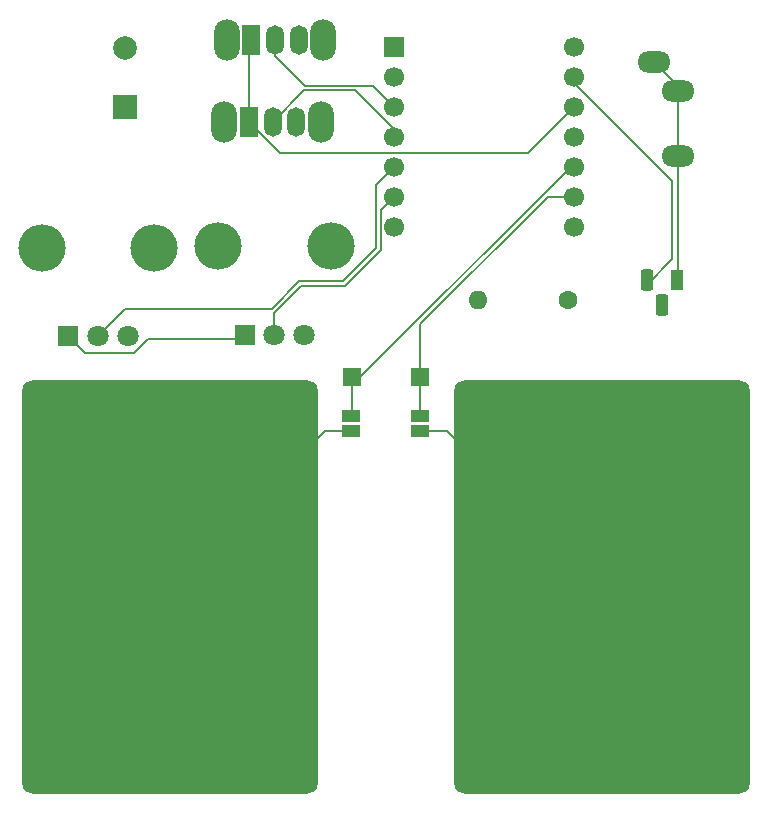
<source format=gbr>
%TF.GenerationSoftware,KiCad,Pcbnew,8.0.5*%
%TF.CreationDate,2025-07-21T17:16:38-07:00*%
%TF.ProjectId,Penguin_Paddle,50656e67-7569-46e5-9f50-6164646c652e, 4*%
%TF.SameCoordinates,Original*%
%TF.FileFunction,Copper,L1,Top*%
%TF.FilePolarity,Positive*%
%FSLAX46Y46*%
G04 Gerber Fmt 4.6, Leading zero omitted, Abs format (unit mm)*
G04 Created by KiCad (PCBNEW 8.0.5) date 2025-07-21 17:16:38*
%MOMM*%
%LPD*%
G01*
G04 APERTURE LIST*
G04 Aperture macros list*
%AMRoundRect*
0 Rectangle with rounded corners*
0 $1 Rounding radius*
0 $2 $3 $4 $5 $6 $7 $8 $9 X,Y pos of 4 corners*
0 Add a 4 corners polygon primitive as box body*
4,1,4,$2,$3,$4,$5,$6,$7,$8,$9,$2,$3,0*
0 Add four circle primitives for the rounded corners*
1,1,$1+$1,$2,$3*
1,1,$1+$1,$4,$5*
1,1,$1+$1,$6,$7*
1,1,$1+$1,$8,$9*
0 Add four rect primitives between the rounded corners*
20,1,$1+$1,$2,$3,$4,$5,0*
20,1,$1+$1,$4,$5,$6,$7,0*
20,1,$1+$1,$6,$7,$8,$9,0*
20,1,$1+$1,$8,$9,$2,$3,0*%
G04 Aperture macros list end*
%TA.AperFunction,SMDPad,CuDef*%
%ADD10RoundRect,0.833333X-11.666667X-16.666667X11.666667X-16.666667X11.666667X16.666667X-11.666667X16.666667X0*%
%TD*%
%TA.AperFunction,TestPad*%
%ADD11RoundRect,0.833333X-11.666667X-16.666667X11.666667X-16.666667X11.666667X16.666667X-11.666667X16.666667X0*%
%TD*%
%TA.AperFunction,ComponentPad*%
%ADD12RoundRect,0.250000X-0.550000X-0.550000X0.550000X-0.550000X0.550000X0.550000X-0.550000X0.550000X0*%
%TD*%
%TA.AperFunction,ComponentPad*%
%ADD13R,1.100000X1.800000*%
%TD*%
%TA.AperFunction,ComponentPad*%
%ADD14RoundRect,0.275000X0.275000X0.625000X-0.275000X0.625000X-0.275000X-0.625000X0.275000X-0.625000X0*%
%TD*%
%TA.AperFunction,ComponentPad*%
%ADD15O,4.000000X4.000000*%
%TD*%
%TA.AperFunction,ComponentPad*%
%ADD16R,1.800000X1.800000*%
%TD*%
%TA.AperFunction,ComponentPad*%
%ADD17C,1.800000*%
%TD*%
%TA.AperFunction,SMDPad,CuDef*%
%ADD18R,1.500000X1.000000*%
%TD*%
%TA.AperFunction,ComponentPad*%
%ADD19R,1.700000X1.700000*%
%TD*%
%TA.AperFunction,ComponentPad*%
%ADD20C,1.700000*%
%TD*%
%TA.AperFunction,ComponentPad*%
%ADD21O,2.800000X1.800000*%
%TD*%
%TA.AperFunction,ComponentPad*%
%ADD22R,2.000000X2.000000*%
%TD*%
%TA.AperFunction,ComponentPad*%
%ADD23C,2.000000*%
%TD*%
%TA.AperFunction,ComponentPad*%
%ADD24C,1.600000*%
%TD*%
%TA.AperFunction,ComponentPad*%
%ADD25O,1.600000X1.600000*%
%TD*%
%TA.AperFunction,ComponentPad*%
%ADD26O,2.200000X3.500000*%
%TD*%
%TA.AperFunction,ComponentPad*%
%ADD27R,1.500000X2.500000*%
%TD*%
%TA.AperFunction,ComponentPad*%
%ADD28O,1.500000X2.500000*%
%TD*%
%TA.AperFunction,Conductor*%
%ADD29C,0.200000*%
%TD*%
G04 APERTURE END LIST*
D10*
%TO.P,TP1,1,1*%
%TO.N,Net-(JP2-B)*%
X242560000Y-131190000D03*
%TD*%
D11*
%TO.P,TP2,1,1*%
%TO.N,Net-(JP1-B)*%
X205970000Y-131215000D03*
%TD*%
D12*
%TO.P,J3,1,Pin_1*%
%TO.N,Net-(J3-Pin_1)*%
X221410000Y-113480000D03*
%TD*%
D13*
%TO.P,Q1,1,C*%
%TO.N,Net-(Q1-C)*%
X248870000Y-105260000D03*
D14*
%TO.P,Q1,2,B*%
%TO.N,Net-(Q1-B)*%
X247600000Y-107330000D03*
%TO.P,Q1,3,E*%
%TO.N,GND*%
X246330000Y-105260000D03*
%TD*%
D15*
%TO.P,RV2,*%
%TO.N,*%
X195140000Y-102485000D03*
X204640000Y-102485000D03*
D16*
%TO.P,RV2,1,1*%
%TO.N,+3V3*%
X197390000Y-109985000D03*
D17*
%TO.P,RV2,2,2*%
%TO.N,Net-(U1-GPIO5{slash}D4{slash}I2C_SDA)*%
X199890000Y-109985000D03*
%TO.P,RV2,3,3*%
%TO.N,GND*%
X202390000Y-109985000D03*
%TD*%
D15*
%TO.P,RV1,*%
%TO.N,*%
X210080000Y-102355000D03*
X219580000Y-102355000D03*
D16*
%TO.P,RV1,1,1*%
%TO.N,+3V3*%
X212330000Y-109855000D03*
D17*
%TO.P,RV1,2,2*%
%TO.N,Net-(U1-GPIO9{slash}D5{slash}I2C_SCL)*%
X214830000Y-109855000D03*
%TO.P,RV1,3,3*%
%TO.N,GND*%
X217330000Y-109855000D03*
%TD*%
D18*
%TO.P,JP1,1,A*%
%TO.N,Net-(J3-Pin_1)*%
X221290000Y-116740000D03*
%TO.P,JP1,2,B*%
%TO.N,Net-(JP1-B)*%
X221290000Y-118040000D03*
%TD*%
D19*
%TO.P,U1,1,GPIO1/D0/A0*%
%TO.N,Net-(U1-GPIO1{slash}D0{slash}A0)*%
X224980000Y-85480000D03*
D20*
%TO.P,U1,2,GPIO2/DA/A1*%
%TO.N,Net-(U1-GPIO2{slash}DA{slash}A1)*%
X224980000Y-88020000D03*
%TO.P,U1,3,GPIO3/D2/A2*%
%TO.N,Net-(SW1-B)*%
X224980000Y-90560000D03*
%TO.P,U1,4,GPIO4/D3/A3*%
%TO.N,Net-(SW2-B)*%
X224980000Y-93100000D03*
%TO.P,U1,5,GPIO5/D4/I2C_SDA*%
%TO.N,Net-(U1-GPIO5{slash}D4{slash}I2C_SDA)*%
X224980000Y-95640000D03*
%TO.P,U1,6,GPIO9/D5/I2C_SCL*%
%TO.N,Net-(U1-GPIO9{slash}D5{slash}I2C_SCL)*%
X224980000Y-98180000D03*
%TO.P,U1,7,U0TXD/D6/TX*%
%TO.N,unconnected-(U1-U0TXD{slash}D6{slash}TX-Pad7)*%
X224980000Y-100720000D03*
%TO.P,U1,8,U0RXD/D7/RX*%
%TO.N,unconnected-(U1-U0RXD{slash}D7{slash}RX-Pad8)*%
X240230000Y-100720000D03*
%TO.P,U1,9,GPIO7/D8/A8/SCK*%
%TO.N,Net-(J1-Pin_1)*%
X240230000Y-98180000D03*
%TO.P,U1,10,GPIO8/D9/A9/MISO*%
%TO.N,Net-(J3-Pin_1)*%
X240230000Y-95640000D03*
%TO.P,U1,11,GPIO9/D10/A10/MOSI*%
%TO.N,unconnected-(U1-GPIO9{slash}D10{slash}A10{slash}MOSI-Pad11)*%
X240230000Y-93100000D03*
%TO.P,U1,12,VCC_3V3*%
%TO.N,+3V3*%
X240230000Y-90560000D03*
%TO.P,U1,13,GND*%
%TO.N,GND*%
X240230000Y-88020000D03*
%TO.P,U1,14,VBUS*%
%TO.N,unconnected-(U1-VBUS-Pad14)*%
X240230000Y-85480000D03*
%TD*%
D18*
%TO.P,JP2,1,A*%
%TO.N,Net-(J1-Pin_1)*%
X227180000Y-116750000D03*
%TO.P,JP2,2,B*%
%TO.N,Net-(JP2-B)*%
X227180000Y-118050000D03*
%TD*%
D12*
%TO.P,J1,1,Pin_1*%
%TO.N,Net-(J1-Pin_1)*%
X227170000Y-113460000D03*
%TD*%
D21*
%TO.P,J2,R*%
%TO.N,Net-(Q1-C)*%
X248960000Y-94700000D03*
%TO.P,J2,S*%
X246960000Y-86800000D03*
%TO.P,J2,T*%
X248960000Y-89200000D03*
%TD*%
D22*
%TO.P,LS1,1*%
%TO.N,GND*%
X202170000Y-90580000D03*
D23*
%TO.P,LS1,2*%
%TO.N,Net-(U1-GPIO1{slash}D0{slash}A0)*%
X202170000Y-85580000D03*
%TD*%
D24*
%TO.P,R1,1*%
%TO.N,Net-(Q1-B)*%
X239650000Y-106960000D03*
D25*
%TO.P,R1,2*%
%TO.N,Net-(U1-GPIO2{slash}DA{slash}A1)*%
X232030000Y-106960000D03*
%TD*%
D26*
%TO.P,SW2,*%
%TO.N,*%
X210580000Y-91840000D03*
X218780000Y-91840000D03*
D27*
%TO.P,SW2,1,A*%
%TO.N,+3V3*%
X212680000Y-91840000D03*
D28*
%TO.P,SW2,2,B*%
%TO.N,Net-(SW2-B)*%
X214680000Y-91840000D03*
%TO.P,SW2,3*%
%TO.N,N/C*%
X216680000Y-91840000D03*
%TD*%
D26*
%TO.P,SW1,*%
%TO.N,*%
X210770000Y-84910000D03*
X218970000Y-84910000D03*
D27*
%TO.P,SW1,1,A*%
%TO.N,+3V3*%
X212870000Y-84910000D03*
D28*
%TO.P,SW1,2,B*%
%TO.N,Net-(SW1-B)*%
X214870000Y-84910000D03*
%TO.P,SW1,3*%
%TO.N,N/C*%
X216870000Y-84910000D03*
%TD*%
D29*
%TO.N,Net-(Q1-B)*%
X247260000Y-107270000D02*
X247600000Y-106930000D01*
%TO.N,GND*%
X248520000Y-103470000D02*
X248520000Y-96820000D01*
X246330000Y-105660000D02*
X248520000Y-103470000D01*
X240295000Y-88595000D02*
X240295000Y-88130000D01*
X248520000Y-96820000D02*
X240295000Y-88595000D01*
%TO.N,Net-(Q1-C)*%
X246960000Y-86800000D02*
X248960000Y-88800000D01*
X248960000Y-105570000D02*
X248870000Y-105660000D01*
X248960000Y-94700000D02*
X248960000Y-105570000D01*
X248960000Y-89200000D02*
X248960000Y-94700000D01*
X248960000Y-88800000D02*
X248960000Y-89200000D01*
%TO.N,Net-(U1-GPIO9{slash}D5{slash}I2C_SCL)*%
X217080000Y-105750000D02*
X220780000Y-105750000D01*
X220780000Y-105750000D02*
X223830000Y-102700000D01*
X214830000Y-109855000D02*
X214830000Y-108000000D01*
X223830000Y-99330000D02*
X224980000Y-98180000D01*
X214830000Y-108000000D02*
X217080000Y-105750000D01*
X223830000Y-102700000D02*
X223830000Y-99330000D01*
%TO.N,+3V3*%
X212680000Y-91840000D02*
X212680000Y-85100000D01*
X211935000Y-110250000D02*
X212330000Y-109855000D01*
X198805000Y-111400000D02*
X202970000Y-111400000D01*
X204120000Y-110250000D02*
X211935000Y-110250000D01*
X212680000Y-91840000D02*
X215330000Y-94490000D01*
X236300000Y-94490000D02*
X240230000Y-90560000D01*
X202970000Y-111400000D02*
X204120000Y-110250000D01*
X197390000Y-109985000D02*
X198805000Y-111400000D01*
X212680000Y-85100000D02*
X212870000Y-84910000D01*
X215330000Y-94490000D02*
X236300000Y-94490000D01*
%TO.N,Net-(U1-GPIO5{slash}D4{slash}I2C_SDA)*%
X220624314Y-105340000D02*
X223430000Y-102534314D01*
X223430000Y-102534314D02*
X223430000Y-97190000D01*
X199890000Y-109985000D02*
X202205000Y-107670000D01*
X223430000Y-97190000D02*
X224980000Y-95640000D01*
X214594314Y-107670000D02*
X216924314Y-105340000D01*
X216924314Y-105340000D02*
X220624314Y-105340000D01*
X202205000Y-107670000D02*
X214594314Y-107670000D01*
%TO.N,Net-(SW1-B)*%
X223190000Y-88770000D02*
X224980000Y-90560000D01*
X224905000Y-90810000D02*
X225045000Y-90670000D01*
X214870000Y-84910000D02*
X214870000Y-86250000D01*
X217390000Y-88770000D02*
X223190000Y-88770000D01*
X214870000Y-86250000D02*
X217390000Y-88770000D01*
%TO.N,Net-(U1-GPIO1{slash}D0{slash}A0)*%
X224360000Y-85590000D02*
X225045000Y-85590000D01*
X225035785Y-85580785D02*
X225045000Y-85590000D01*
%TO.N,Net-(J1-Pin_1)*%
X227170000Y-113460000D02*
X227150000Y-113440000D01*
X227170000Y-116740000D02*
X227180000Y-116750000D01*
X227150000Y-108985686D02*
X237955686Y-98180000D01*
X227170000Y-113460000D02*
X227170000Y-116740000D01*
X237955686Y-98180000D02*
X240230000Y-98180000D01*
X227150000Y-113440000D02*
X227150000Y-108985686D01*
%TO.N,Net-(J3-Pin_1)*%
X221410000Y-116620000D02*
X221290000Y-116740000D01*
X240230000Y-95640000D02*
X239930000Y-95640000D01*
X222090000Y-113480000D02*
X221410000Y-113480000D01*
X221410000Y-113480000D02*
X221410000Y-116620000D01*
X239930000Y-95640000D02*
X222090000Y-113480000D01*
%TO.N,Net-(JP1-B)*%
X221290000Y-118040000D02*
X219145000Y-118040000D01*
X219145000Y-118040000D02*
X205970000Y-131215000D01*
%TO.N,Net-(JP2-B)*%
X227180000Y-118050000D02*
X229420000Y-118050000D01*
X229420000Y-118050000D02*
X242560000Y-131190000D01*
X240230000Y-130410000D02*
X239250000Y-131390000D01*
%TO.N,Net-(SW2-B)*%
X217350000Y-89170000D02*
X221690000Y-89170000D01*
X221690000Y-89170000D02*
X224980000Y-92460000D01*
X224980000Y-92460000D02*
X224980000Y-93100000D01*
X214680000Y-91840000D02*
X217350000Y-89170000D01*
%TD*%
M02*

</source>
